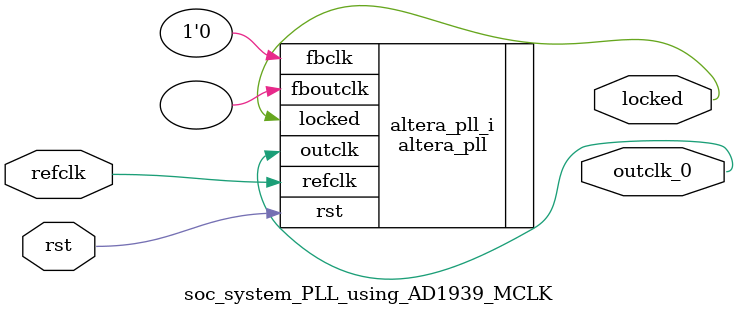
<source format=v>
`timescale 1ns/10ps
module  soc_system_PLL_using_AD1939_MCLK(

	// interface 'refclk'
	input wire refclk,

	// interface 'reset'
	input wire rst,

	// interface 'outclk0'
	output wire outclk_0,

	// interface 'locked'
	output wire locked
);

	altera_pll #(
		.fractional_vco_multiplier("false"),
		.reference_clock_frequency("12.288 MHz"),
		.operation_mode("direct"),
		.number_of_clocks(1),
		.output_clock_frequency0("98.304000 MHz"),
		.phase_shift0("0 ps"),
		.duty_cycle0(50),
		.output_clock_frequency1("0 MHz"),
		.phase_shift1("0 ps"),
		.duty_cycle1(50),
		.output_clock_frequency2("0 MHz"),
		.phase_shift2("0 ps"),
		.duty_cycle2(50),
		.output_clock_frequency3("0 MHz"),
		.phase_shift3("0 ps"),
		.duty_cycle3(50),
		.output_clock_frequency4("0 MHz"),
		.phase_shift4("0 ps"),
		.duty_cycle4(50),
		.output_clock_frequency5("0 MHz"),
		.phase_shift5("0 ps"),
		.duty_cycle5(50),
		.output_clock_frequency6("0 MHz"),
		.phase_shift6("0 ps"),
		.duty_cycle6(50),
		.output_clock_frequency7("0 MHz"),
		.phase_shift7("0 ps"),
		.duty_cycle7(50),
		.output_clock_frequency8("0 MHz"),
		.phase_shift8("0 ps"),
		.duty_cycle8(50),
		.output_clock_frequency9("0 MHz"),
		.phase_shift9("0 ps"),
		.duty_cycle9(50),
		.output_clock_frequency10("0 MHz"),
		.phase_shift10("0 ps"),
		.duty_cycle10(50),
		.output_clock_frequency11("0 MHz"),
		.phase_shift11("0 ps"),
		.duty_cycle11(50),
		.output_clock_frequency12("0 MHz"),
		.phase_shift12("0 ps"),
		.duty_cycle12(50),
		.output_clock_frequency13("0 MHz"),
		.phase_shift13("0 ps"),
		.duty_cycle13(50),
		.output_clock_frequency14("0 MHz"),
		.phase_shift14("0 ps"),
		.duty_cycle14(50),
		.output_clock_frequency15("0 MHz"),
		.phase_shift15("0 ps"),
		.duty_cycle15(50),
		.output_clock_frequency16("0 MHz"),
		.phase_shift16("0 ps"),
		.duty_cycle16(50),
		.output_clock_frequency17("0 MHz"),
		.phase_shift17("0 ps"),
		.duty_cycle17(50),
		.pll_type("General"),
		.pll_subtype("General")
	) altera_pll_i (
		.rst	(rst),
		.outclk	({outclk_0}),
		.locked	(locked),
		.fboutclk	( ),
		.fbclk	(1'b0),
		.refclk	(refclk)
	);
endmodule


</source>
